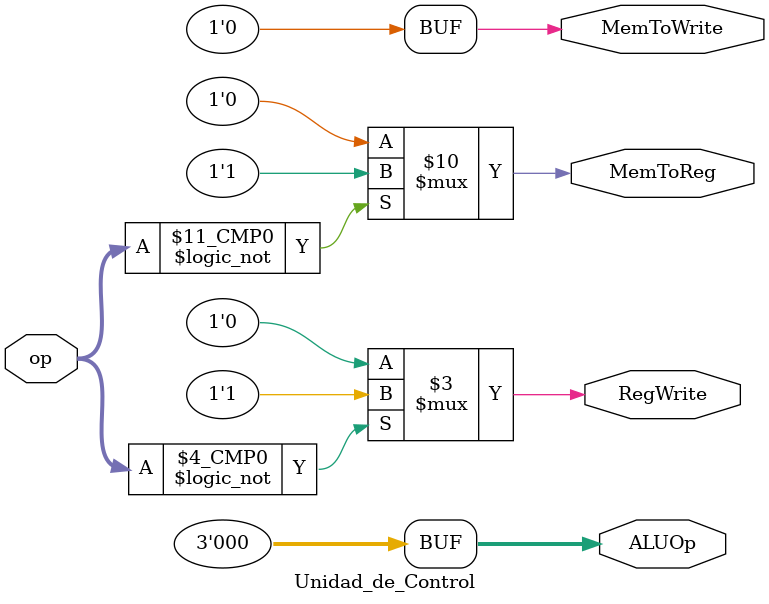
<source format=v>
module Unidad_de_Control(
	input  [5:0] op,
	output reg MemToReg,
	output reg MemToWrite,
	output reg [2:0] ALUOp,
	output reg RegWrite
);
//2. Definir Elementos /Componentes Internos (Cables, Registros).

/*Add
Sub
AND
OR
SLT
Arquitectura de tipo RISC y CISC
Reducidas y complejas*/

//3. Elementos de Procesamiento (Lógicos y aritméticos)
always @(*)
	begin
		case (op)
		6'b0000000:
			begin
				MemToReg=1'b1;
				MemToWrite=1'b0;
				ALUOp=3'b000;
				RegWrite=1'b1;
			end
		default:
			begin
				MemToReg=1'b0;
				MemToWrite=1'b0;
				ALUOp=3'b000;
				RegWrite=1'b0;
			end
		endcase
	end
endmodule

</source>
